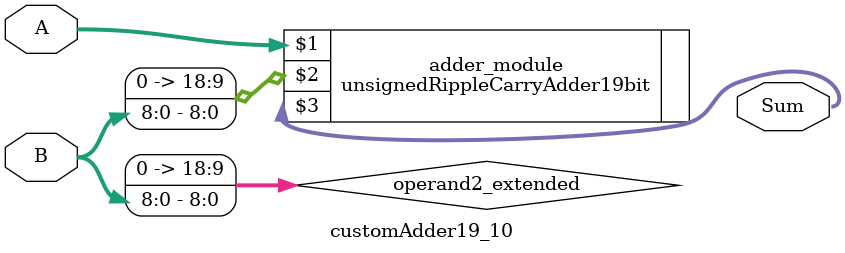
<source format=v>

module customAdder19_10(
                    input [18 : 0] A,
                    input [8 : 0] B,
                    
                    output [19 : 0] Sum
            );

    wire [18 : 0] operand2_extended;
    
    assign operand2_extended =  {10'b0, B};
    
    unsignedRippleCarryAdder19bit adder_module(
        A,
        operand2_extended,
        Sum
    );
    
endmodule
        
</source>
